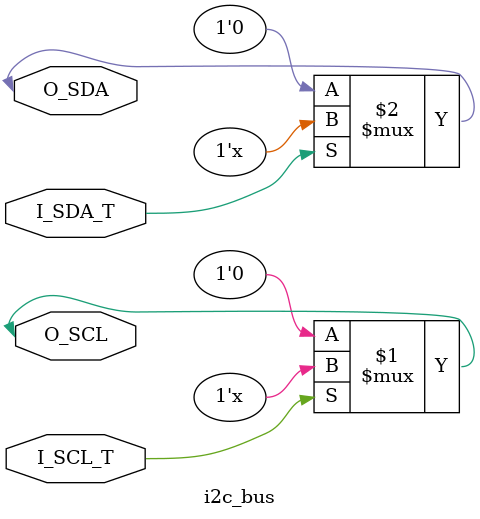
<source format=sv>

module i2c_bus
       (input I_SCL_T,
        input I_SDA_T,
        inout O_SCL,
        inout O_SDA);

assign O_SCL = I_SCL_T ? 1'bZ : 1'b0;
assign O_SDA = I_SDA_T ? 1'bZ : 1'b0;

endmodule

</source>
